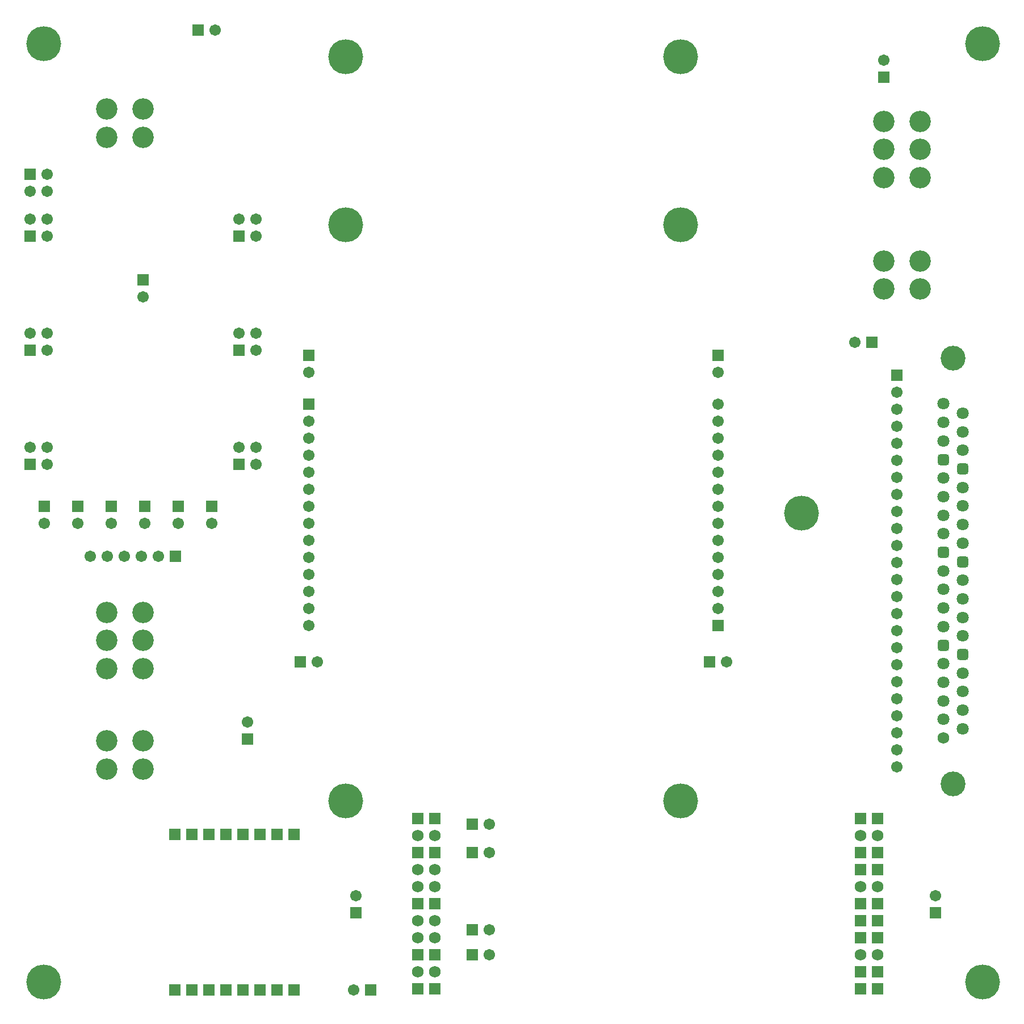
<source format=gts>
G04*
G04 #@! TF.GenerationSoftware,Altium Limited,Altium Designer,18.0.9 (584)*
G04*
G04 Layer_Color=8388736*
%FSLAX43Y43*%
%MOMM*%
G71*
G01*
G75*
%ADD16C,3.203*%
%ADD17C,1.703*%
%ADD18R,1.703X1.703*%
%ADD19R,1.703X1.703*%
%ADD20C,1.803*%
G04:AMPARAMS|DCode=21|XSize=1.727mm|YSize=1.727mm|CornerRadius=0.483mm|HoleSize=0mm|Usage=FLASHONLY|Rotation=90.000|XOffset=0mm|YOffset=0mm|HoleType=Round|Shape=RoundedRectangle|*
%AMROUNDEDRECTD21*
21,1,1.727,0.762,0,0,90.0*
21,1,0.762,1.727,0,0,90.0*
1,1,0.965,0.381,0.381*
1,1,0.965,0.381,-0.381*
1,1,0.965,-0.381,-0.381*
1,1,0.965,-0.381,0.381*
%
%ADD21ROUNDEDRECTD21*%
%ADD22C,1.727*%
%ADD23C,3.703*%
%ADD24C,5.203*%
D16*
X19750Y41000D02*
D03*
Y36800D02*
D03*
X14327Y41000D02*
D03*
Y36800D02*
D03*
X19750Y135211D02*
D03*
Y131011D02*
D03*
X14327Y135211D02*
D03*
Y131011D02*
D03*
X130250Y108385D02*
D03*
Y112585D02*
D03*
X135673Y108385D02*
D03*
Y112585D02*
D03*
X130250Y129200D02*
D03*
X135673D02*
D03*
X130250Y133417D02*
D03*
X135673Y124982D02*
D03*
X130250D02*
D03*
X135672Y133417D02*
D03*
X19750Y55968D02*
D03*
X14328D02*
D03*
X19750Y51750D02*
D03*
X14328Y60185D02*
D03*
X19750D02*
D03*
X14328Y51750D02*
D03*
D17*
X19749Y107250D02*
D03*
X71445Y28543D02*
D03*
X71445Y9055D02*
D03*
Y12805D02*
D03*
X130249Y142490D02*
D03*
X125960Y100449D02*
D03*
X137949Y17890D02*
D03*
X51499D02*
D03*
X35399Y43783D02*
D03*
X20051Y73410D02*
D03*
X5051D02*
D03*
X25051D02*
D03*
X10051D02*
D03*
X30051D02*
D03*
X15051D02*
D03*
X132250Y37080D02*
D03*
Y39620D02*
D03*
Y42160D02*
D03*
Y44700D02*
D03*
Y47240D02*
D03*
Y49780D02*
D03*
Y52320D02*
D03*
Y54860D02*
D03*
Y57400D02*
D03*
Y59940D02*
D03*
Y62480D02*
D03*
Y65020D02*
D03*
Y67560D02*
D03*
Y70100D02*
D03*
Y72640D02*
D03*
Y75180D02*
D03*
Y77720D02*
D03*
Y80260D02*
D03*
Y82800D02*
D03*
Y85340D02*
D03*
Y87880D02*
D03*
Y90420D02*
D03*
Y92960D02*
D03*
X5476Y118790D02*
D03*
X2936D02*
D03*
X5476Y116250D02*
D03*
Y101790D02*
D03*
X2936D02*
D03*
X5476Y99250D02*
D03*
X5476Y84790D02*
D03*
X2936D02*
D03*
X5476Y82250D02*
D03*
X36639Y118790D02*
D03*
X34099D02*
D03*
X36639Y116250D02*
D03*
Y101790D02*
D03*
X34099D02*
D03*
X36639Y99250D02*
D03*
Y84790D02*
D03*
X34099D02*
D03*
X36639Y82250D02*
D03*
X22059Y68500D02*
D03*
X19519D02*
D03*
X16979D02*
D03*
X14439D02*
D03*
X11899D02*
D03*
X30540Y147000D02*
D03*
X51160Y3800D02*
D03*
X5476Y122960D02*
D03*
X2936D02*
D03*
X5476Y125500D02*
D03*
X71445Y24295D02*
D03*
X105520Y95960D02*
D03*
X44520Y95960D02*
D03*
X106790Y52770D02*
D03*
X45790Y52770D02*
D03*
X105520Y91225D02*
D03*
Y88685D02*
D03*
Y86145D02*
D03*
Y83605D02*
D03*
Y81065D02*
D03*
Y78525D02*
D03*
Y75985D02*
D03*
Y73445D02*
D03*
Y70905D02*
D03*
Y68365D02*
D03*
Y65825D02*
D03*
Y63285D02*
D03*
Y60745D02*
D03*
X44520Y58205D02*
D03*
Y60745D02*
D03*
Y63285D02*
D03*
Y65825D02*
D03*
Y68365D02*
D03*
Y70905D02*
D03*
Y73445D02*
D03*
Y75985D02*
D03*
Y78525D02*
D03*
Y81065D02*
D03*
Y83605D02*
D03*
Y86145D02*
D03*
Y88685D02*
D03*
D18*
X19749Y109790D02*
D03*
X130249Y139950D02*
D03*
X137949Y15350D02*
D03*
X51499D02*
D03*
X35399Y41243D02*
D03*
X20051Y75950D02*
D03*
X5051D02*
D03*
X25051D02*
D03*
X10051D02*
D03*
X30051D02*
D03*
X15051D02*
D03*
X27040Y3820D02*
D03*
X24500D02*
D03*
X32145Y27036D02*
D03*
X34685D02*
D03*
X29605D02*
D03*
X27065D02*
D03*
X24525D02*
D03*
X29605Y3820D02*
D03*
X32145D02*
D03*
X34685D02*
D03*
X42305Y27036D02*
D03*
X39765D02*
D03*
X37225D02*
D03*
Y3820D02*
D03*
X39765D02*
D03*
X42305D02*
D03*
X132250Y95500D02*
D03*
X60776Y29375D02*
D03*
Y24295D02*
D03*
X129356Y29375D02*
D03*
X60776Y16675D02*
D03*
Y9055D02*
D03*
Y3975D02*
D03*
X126816Y6515D02*
D03*
X63316Y16675D02*
D03*
Y29375D02*
D03*
Y24295D02*
D03*
X126816Y14135D02*
D03*
X129356Y3975D02*
D03*
Y21755D02*
D03*
Y11595D02*
D03*
X126816Y3975D02*
D03*
Y21755D02*
D03*
Y11595D02*
D03*
X129356Y6515D02*
D03*
Y16675D02*
D03*
X126816Y24295D02*
D03*
X63316Y3975D02*
D03*
X126816Y16675D02*
D03*
X129356Y24295D02*
D03*
X63316Y9055D02*
D03*
X129356Y14135D02*
D03*
X126816Y29375D02*
D03*
X2936Y116250D02*
D03*
Y99250D02*
D03*
X2936Y82250D02*
D03*
X34099Y116250D02*
D03*
Y99250D02*
D03*
Y82250D02*
D03*
X2936Y125500D02*
D03*
X105520Y98500D02*
D03*
X44520Y98500D02*
D03*
X105520Y58205D02*
D03*
X44520Y91225D02*
D03*
D19*
X68905Y28543D02*
D03*
X68905Y9055D02*
D03*
Y12805D02*
D03*
X128500Y100449D02*
D03*
X24599Y68500D02*
D03*
X28000Y147000D02*
D03*
X53700Y3800D02*
D03*
X68905Y24295D02*
D03*
X104250Y52770D02*
D03*
X43250Y52770D02*
D03*
D20*
X139178Y91263D02*
D03*
X142023Y89866D02*
D03*
Y87098D02*
D03*
Y84329D02*
D03*
X139178Y85726D02*
D03*
Y77420D02*
D03*
X142023Y78792D02*
D03*
Y76023D02*
D03*
X139178Y74652D02*
D03*
Y80189D02*
D03*
Y71883D02*
D03*
X142023Y70486D02*
D03*
X139178Y63577D02*
D03*
X142023Y62180D02*
D03*
Y64949D02*
D03*
X139178Y60809D02*
D03*
X142023Y59412D02*
D03*
Y56643D02*
D03*
X139178Y52503D02*
D03*
Y46966D02*
D03*
Y49734D02*
D03*
X142023Y48337D02*
D03*
Y45569D02*
D03*
X139178Y44197D02*
D03*
Y88495D02*
D03*
Y58040D02*
D03*
X142023Y73255D02*
D03*
X139178Y66346D02*
D03*
X142023Y42800D02*
D03*
Y51106D02*
D03*
D21*
X139178Y82957D02*
D03*
Y69114D02*
D03*
X142023Y67717D02*
D03*
Y53874D02*
D03*
X139178Y55271D02*
D03*
X142023Y81560D02*
D03*
D22*
X139178Y41428D02*
D03*
X63316Y6515D02*
D03*
X60776D02*
D03*
Y11595D02*
D03*
X63316D02*
D03*
Y14135D02*
D03*
X60776D02*
D03*
X63316Y19215D02*
D03*
X60776D02*
D03*
X63316Y21755D02*
D03*
X60776D02*
D03*
X63316Y26835D02*
D03*
X60776D02*
D03*
X129356D02*
D03*
X126816D02*
D03*
X129356Y19215D02*
D03*
X126816D02*
D03*
X129356Y9055D02*
D03*
X126816D02*
D03*
D23*
X140601Y98096D02*
D03*
Y34596D02*
D03*
D24*
X50000Y143000D02*
D03*
X100000D02*
D03*
X118000Y75000D02*
D03*
X100000Y32000D02*
D03*
Y118000D02*
D03*
X50000D02*
D03*
Y32000D02*
D03*
X145000Y5000D02*
D03*
X145000Y145000D02*
D03*
X5000D02*
D03*
X5000Y5000D02*
D03*
M02*

</source>
